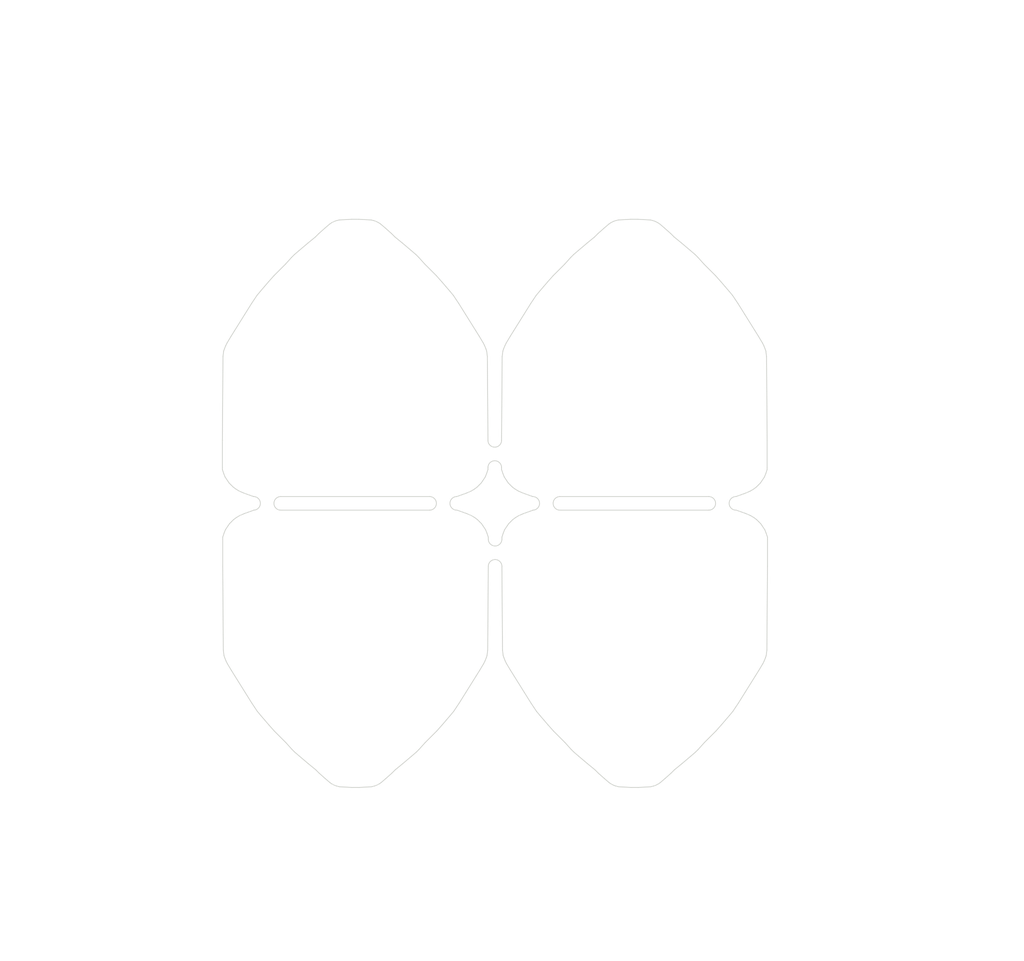
<source format=kicad_pcb>
(kicad_pcb (version 20221018) (generator pcbnew)
  (title_block (title "G0dzilla_VS") (date "2024-06-17") (rev "1") (company "Crafted by @alt_bier a.k.a. Richard Gowen and his Badge Team") (comment 1 "SAO PCB 1"))
  (layers (0 "F.Cu" signal) (31 "B.Cu" signal) (34 "B.Paste" user) (35 "F.Paste" user) (36 "B.SilkS" user "B.Silkscreen") (37 "F.SilkS" user "F.Silkscreen") (38 "B.Mask" user) (39 "F.Mask" user) (44 "Edge.Cuts" user))
  (net 0 "")
  (footprint "0_badge:g0dzilla_vs_SAO_edgecuts_01" (layer "F.Cu") (at 110 110)
    (fp_text reference "sao_edgecuts_01")
    (fp_text value "Edge Cuts" hide)
    (fp_line (start -40.07 -9.27) (end -39.98 -21.6) (stroke (width 0.12)) (layer "Edge.Cuts"))
    (fp_line (start -40.07 -5.27) (end -40.07 -9.27) (stroke (width 0.12)) (layer "Edge.Cuts"))
    (fp_line (start -40.07 -4.98) (end -40.07 -5.27) (stroke (width 0.12)) (layer "Edge.Cuts"))
    (fp_line (start -40.02 4.98) (end -40.02 5.27) (stroke (width 0.12)) (layer "Edge.Cuts"))
    (fp_line (start -40.02 5.27) (end -40.02 9.27) (stroke (width 0.12)) (layer "Edge.Cuts"))
    (fp_line (start -40.02 9.27) (end -39.93 21.6) (stroke (width 0.12)) (layer "Edge.Cuts"))
    (fp_line (start -39.98 -21.6) (end -39.88 -22.4) (stroke (width 0.12)) (layer "Edge.Cuts"))
    (fp_line (start -39.93 21.6) (end -39.83 22.4) (stroke (width 0.12)) (layer "Edge.Cuts"))
    (fp_line (start -39.88 -22.4) (end -39.78 -22.7) (stroke (width 0.12)) (layer "Edge.Cuts"))
    (fp_line (start -39.87 -4.38) (end -40.07 -4.98) (stroke (width 0.12)) (layer "Edge.Cuts"))
    (fp_line (start -39.83 22.4) (end -39.73 22.7) (stroke (width 0.12)) (layer "Edge.Cuts"))
    (fp_line (start -39.82 4.38) (end -40.02 4.98) (stroke (width 0.12)) (layer "Edge.Cuts"))
    (fp_line (start -39.78 -22.7) (end -39.58 -23.2) (stroke (width 0.12)) (layer "Edge.Cuts"))
    (fp_line (start -39.73 22.7) (end -39.53 23.2) (stroke (width 0.12)) (layer "Edge.Cuts"))
    (fp_line (start -39.67 -3.88) (end -39.87 -4.38) (stroke (width 0.12)) (layer "Edge.Cuts"))
    (fp_line (start -39.62 3.88) (end -39.82 4.38) (stroke (width 0.12)) (layer "Edge.Cuts"))
    (fp_line (start -39.58 -23.2) (end -39.38 -23.6) (stroke (width 0.12)) (layer "Edge.Cuts"))
    (fp_line (start -39.53 23.2) (end -39.33 23.6) (stroke (width 0.12)) (layer "Edge.Cuts"))
    (fp_line (start -39.38 -23.6) (end -38.78 -24.6) (stroke (width 0.12)) (layer "Edge.Cuts"))
    (fp_line (start -39.33 23.6) (end -38.73 24.6) (stroke (width 0.12)) (layer "Edge.Cuts"))
    (fp_line (start -39.27 -3.28) (end -39.67 -3.88) (stroke (width 0.12)) (layer "Edge.Cuts"))
    (fp_line (start -39.22 3.28) (end -39.62 3.88) (stroke (width 0.12)) (layer "Edge.Cuts"))
    (fp_line (start -39.08 -3) (end -39.27 -3.28) (stroke (width 0.12)) (layer "Edge.Cuts"))
    (fp_line (start -39.03 3) (end -39.22 3.28) (stroke (width 0.12)) (layer "Edge.Cuts"))
    (fp_line (start -38.78 -24.6) (end -38.28 -25.4) (stroke (width 0.12)) (layer "Edge.Cuts"))
    (fp_line (start -38.78 -2.7) (end -39.08 -3) (stroke (width 0.12)) (layer "Edge.Cuts"))
    (fp_line (start -38.73 2.7) (end -39.03 3) (stroke (width 0.12)) (layer "Edge.Cuts"))
    (fp_line (start -38.73 24.6) (end -38.23 25.4) (stroke (width 0.12)) (layer "Edge.Cuts"))
    (fp_line (start -38.48 -2.4) (end -38.78 -2.7) (stroke (width 0.12)) (layer "Edge.Cuts"))
    (fp_line (start -38.43 2.4) (end -38.73 2.7) (stroke (width 0.12)) (layer "Edge.Cuts"))
    (fp_line (start -38.28 -25.4) (end -36.78 -27.8) (stroke (width 0.12)) (layer "Edge.Cuts"))
    (fp_line (start -38.23 25.4) (end -36.73 27.8) (stroke (width 0.12)) (layer "Edge.Cuts"))
    (fp_line (start -38.08 -2.1) (end -38.48 -2.4) (stroke (width 0.12)) (layer "Edge.Cuts"))
    (fp_line (start -38.03 2.1) (end -38.43 2.4) (stroke (width 0.12)) (layer "Edge.Cuts"))
    (fp_line (start -37.58 -1.8) (end -38.08 -2.1) (stroke (width 0.12)) (layer "Edge.Cuts"))
    (fp_line (start -37.53 1.8) (end -38.03 2.1) (stroke (width 0.12)) (layer "Edge.Cuts"))
    (fp_line (start -36.88 -1.5) (end -37.58 -1.8) (stroke (width 0.12)) (layer "Edge.Cuts"))
    (fp_line (start -36.83 1.5) (end -37.53 1.8) (stroke (width 0.12)) (layer "Edge.Cuts"))
    (fp_line (start -36.78 -27.8) (end -35.78 -29.4) (stroke (width 0.12)) (layer "Edge.Cuts"))
    (fp_line (start -36.73 27.8) (end -35.73 29.4) (stroke (width 0.12)) (layer "Edge.Cuts"))
    (fp_line (start -35.78 -29.4) (end -35.38 -30) (stroke (width 0.12)) (layer "Edge.Cuts"))
    (fp_line (start -35.73 29.4) (end -35.33 30) (stroke (width 0.12)) (layer "Edge.Cuts"))
    (fp_line (start -35.48 -1) (end -36.88 -1.5) (stroke (width 0.12)) (layer "Edge.Cuts"))
    (fp_line (start -35.43 1) (end -36.83 1.5) (stroke (width 0.12)) (layer "Edge.Cuts"))
    (fp_line (start -35.38 -30) (end -34.98 -30.6) (stroke (width 0.12)) (layer "Edge.Cuts"))
    (fp_line (start -35.33 30) (end -34.93 30.6) (stroke (width 0.12)) (layer "Edge.Cuts"))
    (fp_line (start -34.98 -30.6) (end -34.48 -31.2) (stroke (width 0.12)) (layer "Edge.Cuts"))
    (fp_line (start -34.93 30.6) (end -34.43 31.2) (stroke (width 0.12)) (layer "Edge.Cuts"))
    (fp_line (start -34.48 -31.2) (end -33.88 -31.9) (stroke (width 0.12)) (layer "Edge.Cuts"))
    (fp_line (start -34.43 31.2) (end -33.83 31.9) (stroke (width 0.12)) (layer "Edge.Cuts"))
    (fp_line (start -33.88 -31.9) (end -33.28 -32.6) (stroke (width 0.12)) (layer "Edge.Cuts"))
    (fp_line (start -33.83 31.9) (end -33.23 32.6) (stroke (width 0.12)) (layer "Edge.Cuts"))
    (fp_line (start -33.28 -32.6) (end -32.48 -33.5) (stroke (width 0.12)) (layer "Edge.Cuts"))
    (fp_line (start -33.23 32.6) (end -32.43 33.5) (stroke (width 0.12)) (layer "Edge.Cuts"))
    (fp_line (start -32.48 -33.5) (end -30.78 -35.2) (stroke (width 0.12)) (layer "Edge.Cuts"))
    (fp_line (start -32.43 33.5) (end -30.73 35.2) (stroke (width 0.12)) (layer "Edge.Cuts"))
    (fp_line (start -31.48 -1) (end -9.58 -1) (stroke (width 0.12)) (layer "Edge.Cuts"))
    (fp_line (start -30.78 -35.2) (end -29.88 -36.2) (stroke (width 0.12)) (layer "Edge.Cuts"))
    (fp_line (start -30.73 35.2) (end -29.83 36.2) (stroke (width 0.12)) (layer "Edge.Cuts"))
    (fp_line (start -29.88 -36.2) (end -29.48 -36.6) (stroke (width 0.12)) (layer "Edge.Cuts"))
    (fp_line (start -29.83 36.2) (end -29.43 36.6) (stroke (width 0.12)) (layer "Edge.Cuts"))
    (fp_line (start -29.48 -36.6) (end -28.78 -37.2) (stroke (width 0.12)) (layer "Edge.Cuts"))
    (fp_line (start -29.43 36.6) (end -28.73 37.2) (stroke (width 0.12)) (layer "Edge.Cuts"))
    (fp_line (start -28.78 -37.2) (end -27.48 -38.3) (stroke (width 0.12)) (layer "Edge.Cuts"))
    (fp_line (start -28.73 37.2) (end -27.43 38.3) (stroke (width 0.12)) (layer "Edge.Cuts"))
    (fp_line (start -27.48 -38.3) (end -26.38 -39.2) (stroke (width 0.12)) (layer "Edge.Cuts"))
    (fp_line (start -27.43 38.3) (end -26.33 39.2) (stroke (width 0.12)) (layer "Edge.Cuts"))
    (fp_line (start -26.38 -39.2) (end -25.88 -39.7) (stroke (width 0.12)) (layer "Edge.Cuts"))
    (fp_line (start -26.33 39.2) (end -25.83 39.7) (stroke (width 0.12)) (layer "Edge.Cuts"))
    (fp_line (start -25.88 -39.7) (end -24.98 -40.5) (stroke (width 0.12)) (layer "Edge.Cuts"))
    (fp_line (start -25.83 39.7) (end -24.93 40.5) (stroke (width 0.12)) (layer "Edge.Cuts"))
    (fp_line (start -24.98 -40.5) (end -24.28 -41.1) (stroke (width 0.12)) (layer "Edge.Cuts"))
    (fp_line (start -24.93 40.5) (end -24.23 41.1) (stroke (width 0.12)) (layer "Edge.Cuts"))
    (fp_line (start -24.28 -41.1) (end -23.98 -41.3) (stroke (width 0.12)) (layer "Edge.Cuts"))
    (fp_line (start -24.23 41.1) (end -23.93 41.3) (stroke (width 0.12)) (layer "Edge.Cuts"))
    (fp_line (start -23.98 -41.3) (end -23.58 -41.5) (stroke (width 0.12)) (layer "Edge.Cuts"))
    (fp_line (start -23.93 41.3) (end -23.53 41.5) (stroke (width 0.12)) (layer "Edge.Cuts"))
    (fp_line (start -23.58 -41.5) (end -23.28 -41.6) (stroke (width 0.12)) (layer "Edge.Cuts"))
    (fp_line (start -23.53 41.5) (end -23.23 41.6) (stroke (width 0.12)) (layer "Edge.Cuts"))
    (fp_line (start -23.28 -41.6) (end -22.88 -41.7) (stroke (width 0.12)) (layer "Edge.Cuts"))
    (fp_line (start -23.23 41.6) (end -22.83 41.7) (stroke (width 0.12)) (layer "Edge.Cuts"))
    (fp_line (start -22.88 -41.7) (end -21.08 -41.8) (stroke (width 0.12)) (layer "Edge.Cuts"))
    (fp_line (start -22.83 41.7) (end -21.03 41.8) (stroke (width 0.12)) (layer "Edge.Cuts"))
    (fp_line (start -21.08 -41.8) (end -19.98 -41.8) (stroke (width 0.12)) (layer "Edge.Cuts"))
    (fp_line (start -19.93 41.8) (end -21.03 41.8) (stroke (width 0.12)) (layer "Edge.Cuts"))
    (fp_line (start -18.18 -41.7) (end -19.98 -41.8) (stroke (width 0.12)) (layer "Edge.Cuts"))
    (fp_line (start -18.13 41.7) (end -19.93 41.8) (stroke (width 0.12)) (layer "Edge.Cuts"))
    (fp_line (start -17.78 -41.6) (end -18.18 -41.7) (stroke (width 0.12)) (layer "Edge.Cuts"))
    (fp_line (start -17.73 41.6) (end -18.13 41.7) (stroke (width 0.12)) (layer "Edge.Cuts"))
    (fp_line (start -17.48 -41.5) (end -17.78 -41.6) (stroke (width 0.12)) (layer "Edge.Cuts"))
    (fp_line (start -17.43 41.5) (end -17.73 41.6) (stroke (width 0.12)) (layer "Edge.Cuts"))
    (fp_line (start -17.08 -41.3) (end -17.48 -41.5) (stroke (width 0.12)) (layer "Edge.Cuts"))
    (fp_line (start -17.03 41.3) (end -17.43 41.5) (stroke (width 0.12)) (layer "Edge.Cuts"))
    (fp_line (start -16.78 -41.1) (end -17.08 -41.3) (stroke (width 0.12)) (layer "Edge.Cuts"))
    (fp_line (start -16.73 41.1) (end -17.03 41.3) (stroke (width 0.12)) (layer "Edge.Cuts"))
    (fp_line (start -16.08 -40.5) (end -16.78 -41.1) (stroke (width 0.12)) (layer "Edge.Cuts"))
    (fp_line (start -16.03 40.5) (end -16.73 41.1) (stroke (width 0.12)) (layer "Edge.Cuts"))
    (fp_line (start -15.18 -39.7) (end -16.08 -40.5) (stroke (width 0.12)) (layer "Edge.Cuts"))
    (fp_line (start -15.13 39.7) (end -16.03 40.5) (stroke (width 0.12)) (layer "Edge.Cuts"))
    (fp_line (start -14.68 -39.2) (end -15.18 -39.7) (stroke (width 0.12)) (layer "Edge.Cuts"))
    (fp_line (start -14.63 39.2) (end -15.13 39.7) (stroke (width 0.12)) (layer "Edge.Cuts"))
    (fp_line (start -13.58 -38.3) (end -14.68 -39.2) (stroke (width 0.12)) (layer "Edge.Cuts"))
    (fp_line (start -13.53 38.3) (end -14.63 39.2) (stroke (width 0.12)) (layer "Edge.Cuts"))
    (fp_line (start -12.28 -37.2) (end -13.58 -38.3) (stroke (width 0.12)) (layer "Edge.Cuts"))
    (fp_line (start -12.23 37.2) (end -13.53 38.3) (stroke (width 0.12)) (layer "Edge.Cuts"))
    (fp_line (start -11.58 -36.6) (end -12.28 -37.2) (stroke (width 0.12)) (layer "Edge.Cuts"))
    (fp_line (start -11.53 36.6) (end -12.23 37.2) (stroke (width 0.12)) (layer "Edge.Cuts"))
    (fp_line (start -11.18 -36.2) (end -11.58 -36.6) (stroke (width 0.12)) (layer "Edge.Cuts"))
    (fp_line (start -11.13 36.2) (end -11.53 36.6) (stroke (width 0.12)) (layer "Edge.Cuts"))
    (fp_line (start -10.28 -35.2) (end -11.18 -36.2) (stroke (width 0.12)) (layer "Edge.Cuts"))
    (fp_line (start -10.23 35.2) (end -11.13 36.2) (stroke (width 0.12)) (layer "Edge.Cuts"))
    (fp_line (start -9.53 1) (end -31.43 1) (stroke (width 0.12)) (layer "Edge.Cuts"))
    (fp_line (start -8.58 -33.5) (end -10.28 -35.2) (stroke (width 0.12)) (layer "Edge.Cuts"))
    (fp_line (start -8.53 33.5) (end -10.23 35.2) (stroke (width 0.12)) (layer "Edge.Cuts"))
    (fp_line (start -7.78 -32.6) (end -8.58 -33.5) (stroke (width 0.12)) (layer "Edge.Cuts"))
    (fp_line (start -7.73 32.6) (end -8.53 33.5) (stroke (width 0.12)) (layer "Edge.Cuts"))
    (fp_line (start -7.18 -31.9) (end -7.78 -32.6) (stroke (width 0.12)) (layer "Edge.Cuts"))
    (fp_line (start -7.13 31.9) (end -7.73 32.6) (stroke (width 0.12)) (layer "Edge.Cuts"))
    (fp_line (start -6.58 -31.2) (end -7.18 -31.9) (stroke (width 0.12)) (layer "Edge.Cuts"))
    (fp_line (start -6.53 31.2) (end -7.13 31.9) (stroke (width 0.12)) (layer "Edge.Cuts"))
    (fp_line (start -6.08 -30.6) (end -6.58 -31.2) (stroke (width 0.12)) (layer "Edge.Cuts"))
    (fp_line (start -6.03 30.6) (end -6.53 31.2) (stroke (width 0.12)) (layer "Edge.Cuts"))
    (fp_line (start -5.68 -30) (end -6.08 -30.6) (stroke (width 0.12)) (layer "Edge.Cuts"))
    (fp_line (start -5.63 30) (end -6.03 30.6) (stroke (width 0.12)) (layer "Edge.Cuts"))
    (fp_line (start -5.58 -1) (end -4.18 -1.5) (stroke (width 0.12)) (layer "Edge.Cuts"))
    (fp_line (start -5.53 1) (end -4.13 1.5) (stroke (width 0.12)) (layer "Edge.Cuts"))
    (fp_line (start -5.28 -29.4) (end -5.68 -30) (stroke (width 0.12)) (layer "Edge.Cuts"))
    (fp_line (start -5.23 29.4) (end -5.63 30) (stroke (width 0.12)) (layer "Edge.Cuts"))
    (fp_line (start -4.28 -27.8) (end -5.28 -29.4) (stroke (width 0.12)) (layer "Edge.Cuts"))
    (fp_line (start -4.23 27.8) (end -5.23 29.4) (stroke (width 0.12)) (layer "Edge.Cuts"))
    (fp_line (start -4.18 -1.5) (end -3.48 -1.8) (stroke (width 0.12)) (layer "Edge.Cuts"))
    (fp_line (start -4.13 1.5) (end -3.43 1.8) (stroke (width 0.12)) (layer "Edge.Cuts"))
    (fp_line (start -3.48 -1.8) (end -2.98 -2.1) (stroke (width 0.12)) (layer "Edge.Cuts"))
    (fp_line (start -3.43 1.8) (end -2.93 2.1) (stroke (width 0.12)) (layer "Edge.Cuts"))
    (fp_line (start -2.98 -2.1) (end -2.58 -2.4) (stroke (width 0.12)) (layer "Edge.Cuts"))
    (fp_line (start -2.93 2.1) (end -2.53 2.4) (stroke (width 0.12)) (layer "Edge.Cuts"))
    (fp_line (start -2.78 -25.4) (end -4.28 -27.8) (stroke (width 0.12)) (layer "Edge.Cuts"))
    (fp_line (start -2.73 25.4) (end -4.23 27.8) (stroke (width 0.12)) (layer "Edge.Cuts"))
    (fp_line (start -2.58 -2.4) (end -2.28 -2.7) (stroke (width 0.12)) (layer "Edge.Cuts"))
    (fp_line (start -2.53 2.4) (end -2.23 2.7) (stroke (width 0.12)) (layer "Edge.Cuts"))
    (fp_line (start -2.28 -24.6) (end -2.78 -25.4) (stroke (width 0.12)) (layer "Edge.Cuts"))
    (fp_line (start -2.28 -2.7) (end -1.98 -3) (stroke (width 0.12)) (layer "Edge.Cuts"))
    (fp_line (start -2.23 2.7) (end -1.93 3) (stroke (width 0.12)) (layer "Edge.Cuts"))
    (fp_line (start -2.23 24.6) (end -2.73 25.4) (stroke (width 0.12)) (layer "Edge.Cuts"))
    (fp_line (start -1.98 -3) (end -1.79 -3.28) (stroke (width 0.12)) (layer "Edge.Cuts"))
    (fp_line (start -1.93 3) (end -1.74 3.28) (stroke (width 0.12)) (layer "Edge.Cuts"))
    (fp_line (start -1.79 -3.28) (end -1.39 -3.88) (stroke (width 0.12)) (layer "Edge.Cuts"))
    (fp_line (start -1.74 3.28) (end -1.34 3.88) (stroke (width 0.12)) (layer "Edge.Cuts"))
    (fp_line (start -1.68 -23.6) (end -2.28 -24.6) (stroke (width 0.12)) (layer "Edge.Cuts"))
    (fp_line (start -1.63 23.6) (end -2.23 24.6) (stroke (width 0.12)) (layer "Edge.Cuts"))
    (fp_line (start -1.48 -23.2) (end -1.68 -23.6) (stroke (width 0.12)) (layer "Edge.Cuts"))
    (fp_line (start -1.43 23.2) (end -1.63 23.6) (stroke (width 0.12)) (layer "Edge.Cuts"))
    (fp_line (start -1.39 -3.88) (end -1.19 -4.38) (stroke (width 0.12)) (layer "Edge.Cuts"))
    (fp_line (start -1.34 3.88) (end -1.14 4.38) (stroke (width 0.12)) (layer "Edge.Cuts"))
    (fp_line (start -1.28 -22.7) (end -1.48 -23.2) (stroke (width 0.12)) (layer "Edge.Cuts"))
    (fp_line (start -1.23 22.7) (end -1.43 23.2) (stroke (width 0.12)) (layer "Edge.Cuts"))
    (fp_line (start -1.19 -4.38) (end -0.99 -4.98) (stroke (width 0.12)) (layer "Edge.Cuts"))
    (fp_line (start -1.18 -22.4) (end -1.28 -22.7) (stroke (width 0.12)) (layer "Edge.Cuts"))
    (fp_line (start -1.14 4.38) (end -0.94 4.98) (stroke (width 0.12)) (layer "Edge.Cuts"))
    (fp_line (start -1.13 22.4) (end -1.23 22.7) (stroke (width 0.12)) (layer "Edge.Cuts"))
    (fp_line (start -1.08 -21.6) (end -1.18 -22.4) (stroke (width 0.12)) (layer "Edge.Cuts"))
    (fp_line (start -1.03 21.6) (end -1.13 22.4) (stroke (width 0.12)) (layer "Edge.Cuts"))
    (fp_line (start -0.99 -9.27) (end -1.08 -21.6) (stroke (width 0.12)) (layer "Edge.Cuts"))
    (fp_line (start -0.99 -4.98) (end -0.99 -5.27) (stroke (width 0.12)) (layer "Edge.Cuts"))
    (fp_line (start -0.94 4.98) (end -0.94 5.27) (stroke (width 0.12)) (layer "Edge.Cuts"))
    (fp_line (start -0.94 9.27) (end -1.03 21.6) (stroke (width 0.12)) (layer "Edge.Cuts"))
    (fp_line (start 1.01 -9.27) (end 1.1 -21.6) (stroke (width 0.12)) (layer "Edge.Cuts"))
    (fp_line (start 1.01 -4.98) (end 1.01 -5.27) (stroke (width 0.12)) (layer "Edge.Cuts"))
    (fp_line (start 1.06 4.98) (end 1.06 5.27) (stroke (width 0.12)) (layer "Edge.Cuts"))
    (fp_line (start 1.06 9.27) (end 1.15 21.6) (stroke (width 0.12)) (layer "Edge.Cuts"))
    (fp_line (start 1.1 -21.6) (end 1.2 -22.4) (stroke (width 0.12)) (layer "Edge.Cuts"))
    (fp_line (start 1.15 21.6) (end 1.25 22.4) (stroke (width 0.12)) (layer "Edge.Cuts"))
    (fp_line (start 1.2 -22.4) (end 1.3 -22.7) (stroke (width 0.12)) (layer "Edge.Cuts"))
    (fp_line (start 1.21 -4.38) (end 1.01 -4.98) (stroke (width 0.12)) (layer "Edge.Cuts"))
    (fp_line (start 1.25 22.4) (end 1.35 22.7) (stroke (width 0.12)) (layer "Edge.Cuts"))
    (fp_line (start 1.26 4.38) (end 1.06 4.98) (stroke (width 0.12)) (layer "Edge.Cuts"))
    (fp_line (start 1.3 -22.7) (end 1.5 -23.2) (stroke (width 0.12)) (layer "Edge.Cuts"))
    (fp_line (start 1.35 22.7) (end 1.55 23.2) (stroke (width 0.12)) (layer "Edge.Cuts"))
    (fp_line (start 1.41 -3.88) (end 1.21 -4.38) (stroke (width 0.12)) (layer "Edge.Cuts"))
    (fp_line (start 1.46 3.88) (end 1.26 4.38) (stroke (width 0.12)) (layer "Edge.Cuts"))
    (fp_line (start 1.5 -23.2) (end 1.7 -23.6) (stroke (width 0.12)) (layer "Edge.Cuts"))
    (fp_line (start 1.55 23.2) (end 1.75 23.6) (stroke (width 0.12)) (layer "Edge.Cuts"))
    (fp_line (start 1.7 -23.6) (end 2.3 -24.6) (stroke (width 0.12)) (layer "Edge.Cuts"))
    (fp_line (start 1.75 23.6) (end 2.35 24.6) (stroke (width 0.12)) (layer "Edge.Cuts"))
    (fp_line (start 1.81 -3.28) (end 1.41 -3.88) (stroke (width 0.12)) (layer "Edge.Cuts"))
    (fp_line (start 1.86 3.28) (end 1.46 3.88) (stroke (width 0.12)) (layer "Edge.Cuts"))
    (fp_line (start 2 -3) (end 1.81 -3.28) (stroke (width 0.12)) (layer "Edge.Cuts"))
    (fp_line (start 2.05 3) (end 1.86 3.28) (stroke (width 0.12)) (layer "Edge.Cuts"))
    (fp_line (start 2.3 -24.6) (end 2.8 -25.4) (stroke (width 0.12)) (layer "Edge.Cuts"))
    (fp_line (start 2.3 -2.7) (end 2 -3) (stroke (width 0.12)) (layer "Edge.Cuts"))
    (fp_line (start 2.35 2.7) (end 2.05 3) (stroke (width 0.12)) (layer "Edge.Cuts"))
    (fp_line (start 2.35 24.6) (end 2.85 25.4) (stroke (width 0.12)) (layer "Edge.Cuts"))
    (fp_line (start 2.6 -2.4) (end 2.3 -2.7) (stroke (width 0.12)) (layer "Edge.Cuts"))
    (fp_line (start 2.65 2.4) (end 2.35 2.7) (stroke (width 0.12)) (layer "Edge.Cuts"))
    (fp_line (start 2.8 -25.4) (end 4.3 -27.8) (stroke (width 0.12)) (layer "Edge.Cuts"))
    (fp_line (start 2.85 25.4) (end 4.35 27.8) (stroke (width 0.12)) (layer "Edge.Cuts"))
    (fp_line (start 3 -2.1) (end 2.6 -2.4) (stroke (width 0.12)) (layer "Edge.Cuts"))
    (fp_line (start 3.05 2.1) (end 2.65 2.4) (stroke (width 0.12)) (layer "Edge.Cuts"))
    (fp_line (start 3.5 -1.8) (end 3 -2.1) (stroke (width 0.12)) (layer "Edge.Cuts"))
    (fp_line (start 3.55 1.8) (end 3.05 2.1) (stroke (width 0.12)) (layer "Edge.Cuts"))
    (fp_line (start 4.2 -1.5) (end 3.5 -1.8) (stroke (width 0.12)) (layer "Edge.Cuts"))
    (fp_line (start 4.25 1.5) (end 3.55 1.8) (stroke (width 0.12)) (layer "Edge.Cuts"))
    (fp_line (start 4.3 -27.8) (end 5.3 -29.4) (stroke (width 0.12)) (layer "Edge.Cuts"))
    (fp_line (start 4.35 27.8) (end 5.35 29.4) (stroke (width 0.12)) (layer "Edge.Cuts"))
    (fp_line (start 5.3 -29.4) (end 5.7 -30) (stroke (width 0.12)) (layer "Edge.Cuts"))
    (fp_line (start 5.35 29.4) (end 5.75 30) (stroke (width 0.12)) (layer "Edge.Cuts"))
    (fp_line (start 5.6 -1) (end 4.2 -1.5) (stroke (width 0.12)) (layer "Edge.Cuts"))
    (fp_line (start 5.65 1) (end 4.25 1.5) (stroke (width 0.12)) (layer "Edge.Cuts"))
    (fp_line (start 5.7 -30) (end 6.1 -30.6) (stroke (width 0.12)) (layer "Edge.Cuts"))
    (fp_line (start 5.75 30) (end 6.15 30.6) (stroke (width 0.12)) (layer "Edge.Cuts"))
    (fp_line (start 6.1 -30.6) (end 6.6 -31.2) (stroke (width 0.12)) (layer "Edge.Cuts"))
    (fp_line (start 6.15 30.6) (end 6.65 31.2) (stroke (width 0.12)) (layer "Edge.Cuts"))
    (fp_line (start 6.6 -31.2) (end 7.2 -31.9) (stroke (width 0.12)) (layer "Edge.Cuts"))
    (fp_line (start 6.65 31.2) (end 7.25 31.9) (stroke (width 0.12)) (layer "Edge.Cuts"))
    (fp_line (start 7.2 -31.9) (end 7.8 -32.6) (stroke (width 0.12)) (layer "Edge.Cuts"))
    (fp_line (start 7.25 31.9) (end 7.85 32.6) (stroke (width 0.12)) (layer "Edge.Cuts"))
    (fp_line (start 7.8 -32.6) (end 8.6 -33.5) (stroke (width 0.12)) (layer "Edge.Cuts"))
    (fp_line (start 7.85 32.6) (end 8.65 33.5) (stroke (width 0.12)) (layer "Edge.Cuts"))
    (fp_line (start 8.6 -33.5) (end 10.3 -35.2) (stroke (width 0.12)) (layer "Edge.Cuts"))
    (fp_line (start 8.65 33.5) (end 10.35 35.2) (stroke (width 0.12)) (layer "Edge.Cuts"))
    (fp_line (start 9.6 -1) (end 31.5 -1) (stroke (width 0.12)) (layer "Edge.Cuts"))
    (fp_line (start 10.3 -35.2) (end 11.2 -36.2) (stroke (width 0.12)) (layer "Edge.Cuts"))
    (fp_line (start 10.35 35.2) (end 11.25 36.2) (stroke (width 0.12)) (layer "Edge.Cuts"))
    (fp_line (start 11.2 -36.2) (end 11.6 -36.6) (stroke (width 0.12)) (layer "Edge.Cuts"))
    (fp_line (start 11.25 36.2) (end 11.65 36.6) (stroke (width 0.12)) (layer "Edge.Cuts"))
    (fp_line (start 11.6 -36.6) (end 12.3 -37.2) (stroke (width 0.12)) (layer "Edge.Cuts"))
    (fp_line (start 11.65 36.6) (end 12.35 37.2) (stroke (width 0.12)) (layer "Edge.Cuts"))
    (fp_line (start 12.3 -37.2) (end 13.6 -38.3) (stroke (width 0.12)) (layer "Edge.Cuts"))
    (fp_line (start 12.35 37.2) (end 13.65 38.3) (stroke (width 0.12)) (layer "Edge.Cuts"))
    (fp_line (start 13.6 -38.3) (end 14.7 -39.2) (stroke (width 0.12)) (layer "Edge.Cuts"))
    (fp_line (start 13.65 38.3) (end 14.75 39.2) (stroke (width 0.12)) (layer "Edge.Cuts"))
    (fp_line (start 14.7 -39.2) (end 15.2 -39.7) (stroke (width 0.12)) (layer "Edge.Cuts"))
    (fp_line (start 14.75 39.2) (end 15.25 39.7) (stroke (width 0.12)) (layer "Edge.Cuts"))
    (fp_line (start 15.2 -39.7) (end 16.1 -40.5) (stroke (width 0.12)) (layer "Edge.Cuts"))
    (fp_line (start 15.25 39.7) (end 16.15 40.5) (stroke (width 0.12)) (layer "Edge.Cuts"))
    (fp_line (start 16.1 -40.5) (end 16.8 -41.1) (stroke (width 0.12)) (layer "Edge.Cuts"))
    (fp_line (start 16.15 40.5) (end 16.85 41.1) (stroke (width 0.12)) (layer "Edge.Cuts"))
    (fp_line (start 16.8 -41.1) (end 17.1 -41.3) (stroke (width 0.12)) (layer "Edge.Cuts"))
    (fp_line (start 16.85 41.1) (end 17.15 41.3) (stroke (width 0.12)) (layer "Edge.Cuts"))
    (fp_line (start 17.1 -41.3) (end 17.5 -41.5) (stroke (width 0.12)) (layer "Edge.Cuts"))
    (fp_line (start 17.15 41.3) (end 17.55 41.5) (stroke (width 0.12)) (layer "Edge.Cuts"))
    (fp_line (start 17.5 -41.5) (end 17.8 -41.6) (stroke (width 0.12)) (layer "Edge.Cuts"))
    (fp_line (start 17.55 41.5) (end 17.85 41.6) (stroke (width 0.12)) (layer "Edge.Cuts"))
    (fp_line (start 17.8 -41.6) (end 18.2 -41.7) (stroke (width 0.12)) (layer "Edge.Cuts"))
    (fp_line (start 17.85 41.6) (end 18.25 41.7) (stroke (width 0.12)) (layer "Edge.Cuts"))
    (fp_line (start 18.2 -41.7) (end 20 -41.8) (stroke (width 0.12)) (layer "Edge.Cuts"))
    (fp_line (start 18.25 41.7) (end 20.05 41.8) (stroke (width 0.12)) (layer "Edge.Cuts"))
    (fp_line (start 20 -41.8) (end 21.1 -41.8) (stroke (width 0.12)) (layer "Edge.Cuts"))
    (fp_line (start 21.15 41.8) (end 20.05 41.8) (stroke (width 0.12)) (layer "Edge.Cuts"))
    (fp_line (start 22.9 -41.7) (end 21.1 -41.8) (stroke (width 0.12)) (layer "Edge.Cuts"))
    (fp_line (start 22.95 41.7) (end 21.15 41.8) (stroke (width 0.12)) (layer "Edge.Cuts"))
    (fp_line (start 23.3 -41.6) (end 22.9 -41.7) (stroke (width 0.12)) (layer "Edge.Cuts"))
    (fp_line (start 23.35 41.6) (end 22.95 41.7) (stroke (width 0.12)) (layer "Edge.Cuts"))
    (fp_line (start 23.6 -41.5) (end 23.3 -41.6) (stroke (width 0.12)) (layer "Edge.Cuts"))
    (fp_line (start 23.65 41.5) (end 23.35 41.6) (stroke (width 0.12)) (layer "Edge.Cuts"))
    (fp_line (start 24 -41.3) (end 23.6 -41.5) (stroke (width 0.12)) (layer "Edge.Cuts"))
    (fp_line (start 24.05 41.3) (end 23.65 41.5) (stroke (width 0.12)) (layer "Edge.Cuts"))
    (fp_line (start 24.3 -41.1) (end 24 -41.3) (stroke (width 0.12)) (layer "Edge.Cuts"))
    (fp_line (start 24.35 41.1) (end 24.05 41.3) (stroke (width 0.12)) (layer "Edge.Cuts"))
    (fp_line (start 25 -40.5) (end 24.3 -41.1) (stroke (width 0.12)) (layer "Edge.Cuts"))
    (fp_line (start 25.05 40.5) (end 24.35 41.1) (stroke (width 0.12)) (layer "Edge.Cuts"))
    (fp_line (start 25.9 -39.7) (end 25 -40.5) (stroke (width 0.12)) (layer "Edge.Cuts"))
    (fp_line (start 25.95 39.7) (end 25.05 40.5) (stroke (width 0.12)) (layer "Edge.Cuts"))
    (fp_line (start 26.4 -39.2) (end 25.9 -39.7) (stroke (width 0.12)) (layer "Edge.Cuts"))
    (fp_line (start 26.45 39.2) (end 25.95 39.7) (stroke (width 0.12)) (layer "Edge.Cuts"))
    (fp_line (start 27.5 -38.3) (end 26.4 -39.2) (stroke (width 0.12)) (layer "Edge.Cuts"))
    (fp_line (start 27.55 38.3) (end 26.45 39.2) (stroke (width 0.12)) (layer "Edge.Cuts"))
    (fp_line (start 28.8 -37.2) (end 27.5 -38.3) (stroke (width 0.12)) (layer "Edge.Cuts"))
    (fp_line (start 28.85 37.2) (end 27.55 38.3) (stroke (width 0.12)) (layer "Edge.Cuts"))
    (fp_line (start 29.5 -36.6) (end 28.8 -37.2) (stroke (width 0.12)) (layer "Edge.Cuts"))
    (fp_line (start 29.55 36.6) (end 28.85 37.2) (stroke (width 0.12)) (layer "Edge.Cuts"))
    (fp_line (start 29.9 -36.2) (end 29.5 -36.6) (stroke (width 0.12)) (layer "Edge.Cuts"))
    (fp_line (start 29.95 36.2) (end 29.55 36.6) (stroke (width 0.12)) (layer "Edge.Cuts"))
    (fp_line (start 30.8 -35.2) (end 29.9 -36.2) (stroke (width 0.12)) (layer "Edge.Cuts"))
    (fp_line (start 30.85 35.2) (end 29.95 36.2) (stroke (width 0.12)) (layer "Edge.Cuts"))
    (fp_line (start 31.55 1) (end 9.65 1) (stroke (width 0.12)) (layer "Edge.Cuts"))
    (fp_line (start 32.5 -33.5) (end 30.8 -35.2) (stroke (width 0.12)) (layer "Edge.Cuts"))
    (fp_line (start 32.55 33.5) (end 30.85 35.2) (stroke (width 0.12)) (layer "Edge.Cuts"))
    (fp_line (start 33.3 -32.6) (end 32.5 -33.5) (stroke (width 0.12)) (layer "Edge.Cuts"))
    (fp_line (start 33.35 32.6) (end 32.55 33.5) (stroke (width 0.12)) (layer "Edge.Cuts"))
    (fp_line (start 33.9 -31.9) (end 33.3 -32.6) (stroke (width 0.12)) (layer "Edge.Cuts"))
    (fp_line (start 33.95 31.9) (end 33.35 32.6) (stroke (width 0.12)) (layer "Edge.Cuts"))
    (fp_line (start 34.5 -31.2) (end 33.9 -31.9) (stroke (width 0.12)) (layer "Edge.Cuts"))
    (fp_line (start 34.55 31.2) (end 33.95 31.9) (stroke (width 0.12)) (layer "Edge.Cuts"))
    (fp_line (start 35 -30.6) (end 34.5 -31.2) (stroke (width 0.12)) (layer "Edge.Cuts"))
    (fp_line (start 35.05 30.6) (end 34.55 31.2) (stroke (width 0.12)) (layer "Edge.Cuts"))
    (fp_line (start 35.4 -30) (end 35 -30.6) (stroke (width 0.12)) (layer "Edge.Cuts"))
    (fp_line (start 35.45 30) (end 35.05 30.6) (stroke (width 0.12)) (layer "Edge.Cuts"))
    (fp_line (start 35.5 -1) (end 36.9 -1.5) (stroke (width 0.12)) (layer "Edge.Cuts"))
    (fp_line (start 35.55 1) (end 36.95 1.5) (stroke (width 0.12)) (layer "Edge.Cuts"))
    (fp_line (start 35.8 -29.4) (end 35.4 -30) (stroke (width 0.12)) (layer "Edge.Cuts"))
    (fp_line (start 35.85 29.4) (end 35.45 30) (stroke (width 0.12)) (layer "Edge.Cuts"))
    (fp_line (start 36.8 -27.8) (end 35.8 -29.4) (stroke (width 0.12)) (layer "Edge.Cuts"))
    (fp_line (start 36.85 27.8) (end 35.85 29.4) (stroke (width 0.12)) (layer "Edge.Cuts"))
    (fp_line (start 36.9 -1.5) (end 37.6 -1.8) (stroke (width 0.12)) (layer "Edge.Cuts"))
    (fp_line (start 36.95 1.5) (end 37.65 1.8) (stroke (width 0.12)) (layer "Edge.Cuts"))
    (fp_line (start 37.6 -1.8) (end 38.1 -2.1) (stroke (width 0.12)) (layer "Edge.Cuts"))
    (fp_line (start 37.65 1.8) (end 38.15 2.1) (stroke (width 0.12)) (layer "Edge.Cuts"))
    (fp_line (start 38.1 -2.1) (end 38.5 -2.4) (stroke (width 0.12)) (layer "Edge.Cuts"))
    (fp_line (start 38.15 2.1) (end 38.55 2.4) (stroke (width 0.12)) (layer "Edge.Cuts"))
    (fp_line (start 38.3 -25.4) (end 36.8 -27.8) (stroke (width 0.12)) (layer "Edge.Cuts"))
    (fp_line (start 38.35 25.4) (end 36.85 27.8) (stroke (width 0.12)) (layer "Edge.Cuts"))
    (fp_line (start 38.5 -2.4) (end 38.8 -2.7) (stroke (width 0.12)) (layer "Edge.Cuts"))
    (fp_line (start 38.55 2.4) (end 38.85 2.7) (stroke (width 0.12)) (layer "Edge.Cuts"))
    (fp_line (start 38.8 -24.6) (end 38.3 -25.4) (stroke (width 0.12)) (layer "Edge.Cuts"))
    (fp_line (start 38.8 -2.7) (end 39.1 -3) (stroke (width 0.12)) (layer "Edge.Cuts"))
    (fp_line (start 38.85 2.7) (end 39.15 3) (stroke (width 0.12)) (layer "Edge.Cuts"))
    (fp_line (start 38.85 24.6) (end 38.35 25.4) (stroke (width 0.12)) (layer "Edge.Cuts"))
    (fp_line (start 39.1 -3) (end 39.29 -3.28) (stroke (width 0.12)) (layer "Edge.Cuts"))
    (fp_line (start 39.15 3) (end 39.34 3.28) (stroke (width 0.12)) (layer "Edge.Cuts"))
    (fp_line (start 39.29 -3.28) (end 39.69 -3.88) (stroke (width 0.12)) (layer "Edge.Cuts"))
    (fp_line (start 39.34 3.28) (end 39.74 3.88) (stroke (width 0.12)) (layer "Edge.Cuts"))
    (fp_line (start 39.4 -23.6) (end 38.8 -24.6) (stroke (width 0.12)) (layer "Edge.Cuts"))
    (fp_line (start 39.45 23.6) (end 38.85 24.6) (stroke (width 0.12)) (layer "Edge.Cuts"))
    (fp_line (start 39.6 -23.2) (end 39.4 -23.6) (stroke (width 0.12)) (layer "Edge.Cuts"))
    (fp_line (start 39.65 23.2) (end 39.45 23.6) (stroke (width 0.12)) (layer "Edge.Cuts"))
    (fp_line (start 39.69 -3.88) (end 39.89 -4.38) (stroke (width 0.12)) (layer "Edge.Cuts"))
    (fp_line (start 39.74 3.88) (end 39.94 4.38) (stroke (width 0.12)) (layer "Edge.Cuts"))
    (fp_line (start 39.8 -22.7) (end 39.6 -23.2) (stroke (width 0.12)) (layer "Edge.Cuts"))
    (fp_line (start 39.85 22.7) (end 39.65 23.2) (stroke (width 0.12)) (layer "Edge.Cuts"))
    (fp_line (start 39.89 -4.38) (end 40.09 -4.98) (stroke (width 0.12)) (layer "Edge.Cuts"))
    (fp_line (start 39.9 -22.4) (end 39.8 -22.7) (stroke (width 0.12)) (layer "Edge.Cuts"))
    (fp_line (start 39.94 4.38) (end 40.14 4.98) (stroke (width 0.12)) (layer "Edge.Cuts"))
    (fp_line (start 39.95 22.4) (end 39.85 22.7) (stroke (width 0.12)) (layer "Edge.Cuts"))
    (fp_line (start 40 -21.6) (end 39.9 -22.4) (stroke (width 0.12)) (layer "Edge.Cuts"))
    (fp_line (start 40.05 21.6) (end 39.95 22.4) (stroke (width 0.12)) (layer "Edge.Cuts"))
    (fp_line (start 40.09 -9.27) (end 40 -21.6) (stroke (width 0.12)) (layer "Edge.Cuts"))
    (fp_line (start 40.09 -5.27) (end 40.09 -9.27) (stroke (width 0.12)) (layer "Edge.Cuts"))
    (fp_line (start 40.09 -4.98) (end 40.09 -5.27) (stroke (width 0.12)) (layer "Edge.Cuts"))
    (fp_line (start 40.14 4.98) (end 40.14 5.27) (stroke (width 0.12)) (layer "Edge.Cuts"))
    (fp_line (start 40.14 5.27) (end 40.14 9.27) (stroke (width 0.12)) (layer "Edge.Cuts"))
    (fp_line (start 40.14 9.27) (end 40.05 21.6) (stroke (width 0.12)) (layer "Edge.Cuts"))
    (fp_arc (start -35.48 -1) (mid -34.48 0) (end -35.48 1) (stroke (width 0.12)) (layer "Edge.Cuts"))
    (fp_arc (start -31.48 1) (mid -32.48 0) (end -31.48 -1) (stroke (width 0.12)) (layer "Edge.Cuts"))
    (fp_arc (start -9.58 -1) (mid -8.58 0) (end -9.58 1) (stroke (width 0.12)) (layer "Edge.Cuts"))
    (fp_arc (start -5.58 1) (mid -6.58 0) (end -5.58 -1) (stroke (width 0.12)) (layer "Edge.Cuts"))
    (fp_arc (start -0.99 -5.27) (mid 0.01 -6.27) (end 1.01 -5.27) (stroke (width 0.12)) (layer "Edge.Cuts"))
    (fp_arc (start -0.94 9.27) (mid 0.06 8.27) (end 1.06 9.27) (stroke (width 0.12)) (layer "Edge.Cuts"))
    (fp_arc (start 1.01 -9.27) (mid 0.01 -8.27) (end -0.99 -9.27) (stroke (width 0.12)) (layer "Edge.Cuts"))
    (fp_arc (start 1.06 5.27) (mid 0.06 6.27) (end -0.94 5.27) (stroke (width 0.12)) (layer "Edge.Cuts"))
    (fp_arc (start 5.6 -1) (mid 6.6 0) (end 5.6 1) (stroke (width 0.12)) (layer "Edge.Cuts"))
    (fp_arc (start 9.6 1) (mid 8.6 0) (end 9.6 -1) (stroke (width 0.12)) (layer "Edge.Cuts"))
    (fp_arc (start 31.5 -1) (mid 32.5 0) (end 31.5 1) (stroke (width 0.12)) (layer "Edge.Cuts"))
    (fp_arc (start 35.5 1) (mid 34.5 0) (end 35.5 -1) (stroke (width 0.12)) (layer "Edge.Cuts"))
    (pad "" np_thru_hole circle (at -34.23 -0.75) (size 0.5 0.5) (drill 0.5) (layers "*.Cu" "*.Mask"))
    (pad "" np_thru_hole circle (at -34.23 0.75) (size 0.5 0.5) (drill 0.5) (layers "*.Cu" "*.Mask"))
    (pad "" np_thru_hole circle (at -33.48 -0.75) (size 0.5 0.5) (drill 0.5) (layers "*.Cu" "*.Mask"))
    (pad "" np_thru_hole circle (at -33.48 0.75) (size 0.5 0.5) (drill 0.5) (layers "*.Cu" "*.Mask"))
    (pad "" np_thru_hole circle (at -32.73 -0.75) (size 0.5 0.5) (drill 0.5) (layers "*.Cu" "*.Mask"))
    (pad "" np_thru_hole circle (at -32.73 0.75) (size 0.5 0.5) (drill 0.5) (layers "*.Cu" "*.Mask"))
    (pad "" np_thru_hole circle (at -8.33 -0.75) (size 0.5 0.5) (drill 0.5) (layers "*.Cu" "*.Mask"))
    (pad "" np_thru_hole circle (at -8.33 0.75) (size 0.5 0.5) (drill 0.5) (layers "*.Cu" "*.Mask"))
    (pad "" np_thru_hole circle (at -7.58 -0.75) (size 0.5 0.5) (drill 0.5) (layers "*.Cu" "*.Mask"))
    (pad "" np_thru_hole circle (at -7.58 0.75) (size 0.5 0.5) (drill 0.5) (layers "*.Cu" "*.Mask"))
    (pad "" np_thru_hole circle (at -6.83 -0.75) (size 0.5 0.5) (drill 0.5) (layers "*.Cu" "*.Mask"))
    (pad "" np_thru_hole circle (at -6.83 0.75) (size 0.5 0.5) (drill 0.5) (layers "*.Cu" "*.Mask"))
    (pad "" np_thru_hole circle (at -0.74 -8.02 270) (size 0.5 0.5) (drill 0.5) (layers "*.Cu" "*.Mask"))
    (pad "" np_thru_hole circle (at -0.74 -7.27 270) (size 0.5 0.5) (drill 0.5) (layers "*.Cu" "*.Mask"))
    (pad "" np_thru_hole circle (at -0.74 -6.52 270) (size 0.5 0.5) (drill 0.5) (layers "*.Cu" "*.Mask"))
    (pad "" np_thru_hole circle (at -0.69 6.52 90) (size 0.5 0.5) (drill 0.5) (layers "*.Cu" "*.Mask"))
    (pad "" np_thru_hole circle (at -0.69 7.27 90) (size 0.5 0.5) (drill 0.5) (layers "*.Cu" "*.Mask"))
    (pad "" np_thru_hole circle (at -0.69 8.02 90) (size 0.5 0.5) (drill 0.5) (layers "*.Cu" "*.Mask"))
    (pad "" np_thru_hole circle (at 0.76 -8.02 270) (size 0.5 0.5) (drill 0.5) (layers "*.Cu" "*.Mask"))
    (pad "" np_thru_hole circle (at 0.76 -7.27 270) (size 0.5 0.5) (drill 0.5) (layers "*.Cu" "*.Mask"))
    (pad "" np_thru_hole circle (at 0.76 -6.52 270) (size 0.5 0.5) (drill 0.5) (layers "*.Cu" "*.Mask"))
    (pad "" np_thru_hole circle (at 0.81 6.52 90) (size 0.5 0.5) (drill 0.5) (layers "*.Cu" "*.Mask"))
    (pad "" np_thru_hole circle (at 0.81 7.27 90) (size 0.5 0.5) (drill 0.5) (layers "*.Cu" "*.Mask"))
    (pad "" np_thru_hole circle (at 0.81 8.02 90) (size 0.5 0.5) (drill 0.5) (layers "*.Cu" "*.Mask"))
    (pad "" np_thru_hole circle (at 6.85 -0.75) (size 0.5 0.5) (drill 0.5) (layers "*.Cu" "*.Mask"))
    (pad "" np_thru_hole circle (at 6.85 0.75) (size 0.5 0.5) (drill 0.5) (layers "*.Cu" "*.Mask"))
    (pad "" np_thru_hole circle (at 7.6 -0.75) (size 0.5 0.5) (drill 0.5) (layers "*.Cu" "*.Mask"))
    (pad "" np_thru_hole circle (at 7.6 0.75) (size 0.5 0.5) (drill 0.5) (layers "*.Cu" "*.Mask"))
    (pad "" np_thru_hole circle (at 8.35 -0.75) (size 0.5 0.5) (drill 0.5) (layers "*.Cu" "*.Mask"))
    (pad "" np_thru_hole circle (at 8.35 0.75) (size 0.5 0.5) (drill 0.5) (layers "*.Cu" "*.Mask"))
    (pad "" np_thru_hole circle (at 32.75 -0.75) (size 0.5 0.5) (drill 0.5) (layers "*.Cu" "*.Mask"))
    (pad "" np_thru_hole circle (at 32.75 0.75) (size 0.5 0.5) (drill 0.5) (layers "*.Cu" "*.Mask"))
    (pad "" np_thru_hole circle (at 33.5 -0.75) (size 0.5 0.5) (drill 0.5) (layers "*.Cu" "*.Mask"))
    (pad "" np_thru_hole circle (at 33.5 0.75) (size 0.5 0.5) (drill 0.5) (layers "*.Cu" "*.Mask"))
    (pad "" np_thru_hole circle (at 34.25 -0.75) (size 0.5 0.5) (drill 0.5) (layers "*.Cu" "*.Mask"))
    (pad "" np_thru_hole circle (at 34.25 0.75) (size 0.5 0.5) (drill 0.5) (layers "*.Cu" "*.Mask"))
  )
)
</source>
